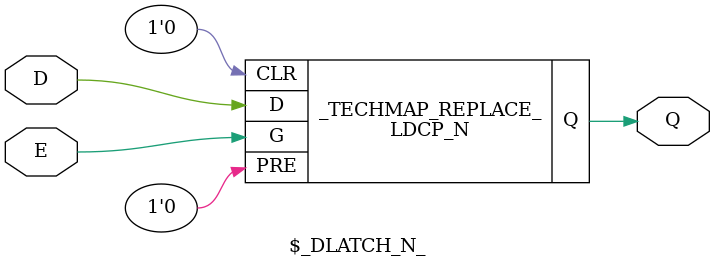
<source format=v>

module BUF(A, Y);
input A;
output Y;
assign Y = A;
parameter PwrC = 3;
// always @(posedge Y or negedge Y) begin
//   letest.m1.PwrCntr[PwrC] = letest.m1.PwrCntr[PwrC] + 1;
// end // end counter
endmodule

module NOT(A, Y);
input A;
output Y;
assign Y = ~A;
parameter PwrC = 3;
// always @(posedge Y or negedge Y) begin
//   letest.m1.PwrCntr[PwrC] = letest.m1.PwrCntr[PwrC] + 1;
// end // end counter
endmodule

module NAND(A, B, Y);
input A, B;
output Y;
assign Y = ~(A & B);
parameter PwrC = 3;
// always @(posedge Y or negedge Y) begin
//   letest.m1.PwrCntr[PwrC] = letest.m1.PwrCntr[PwrC] + 1;
// end // end counter
endmodule

module NOR(A, B, Y);
input A, B;
output Y;
assign Y = ~(A | B);
parameter PwrC = 3;
// always @(posedge Y or negedge Y) begin
//   letest.m1.PwrCntr[PwrC] = letest.m1.PwrCntr[PwrC] + 1;
// end // end counter
endmodule

module DFF(C, D, Q);
input C, D;
output reg Q;
always @(posedge C)
	Q <= D;
// parameter PwrC = 3;
// always @(posedge Q or negedge Q) begin
//   letest.m1.PwrCntr[PwrC] = letest.m1.PwrCntr[PwrC] + 1;
// end // end counter
endmodule

module DFFSR(C, D, Q, S, R);
input C, D, S, R;
output reg Q;
always @(posedge C, posedge S, posedge R)
	if (S)
		Q <= 1'b1;
	else if (R)
		Q <= 1'b0;
	else
		Q <= D;
// parameter PwrC = 3;
// always @(posedge Q or negedge Q) begin
//   letest.m1.PwrCntr[PwrC] = letest.m1.PwrCntr[PwrC] + 1;
// end // end counter
endmodule

module \$dlatch (EN, D, Q);

parameter WIDTH = 0;
parameter EN_POLARITY = 1'b1;

input EN;
input [WIDTH-1:0] D;
output reg [WIDTH-1:0] Q;

always @* begin
        if (EN == EN_POLARITY)
                Q = D;
end

endmodule

module LDCP (G, PRE, CLR, D, Q);
    parameter INIT = 0;

    input G, PRE, CLR, D;
    output reg Q;

    initial begin
        Q <= INIT;
    end

    always @* begin
        if (CLR == 1)
            Q <= 0;
        else if (G == 1)
            Q <= D;
        else if (PRE == 1)
            Q <= 1;
    end
endmodule

module LDCP_N (G, PRE, CLR, D, Q);
    parameter INIT = 0;

    input G, PRE, CLR, D;
    output reg Q;

    initial begin
        Q <= INIT;
    end

    always @* begin
        if (CLR == 1)
            Q <= 0;
        else if (G == 0)
            Q <= D;
        else if (PRE == 1)
            Q <= 1;
    end
endmodule

module \$_DLATCH_P_ (input E, input D, output Q);
    LDCP _TECHMAP_REPLACE_ (
        .D(D),
        .G(E),
        .Q(Q),
        .PRE(1'b0),
        .CLR(1'b0)
        );
endmodule

module \$_DLATCH_N_ (input E, input D, output Q);
    LDCP_N _TECHMAP_REPLACE_ (
        .D(D),
        .G(E),
        .Q(Q),
        .PRE(1'b0),
        .CLR(1'b0)
        );
endmodule

</source>
